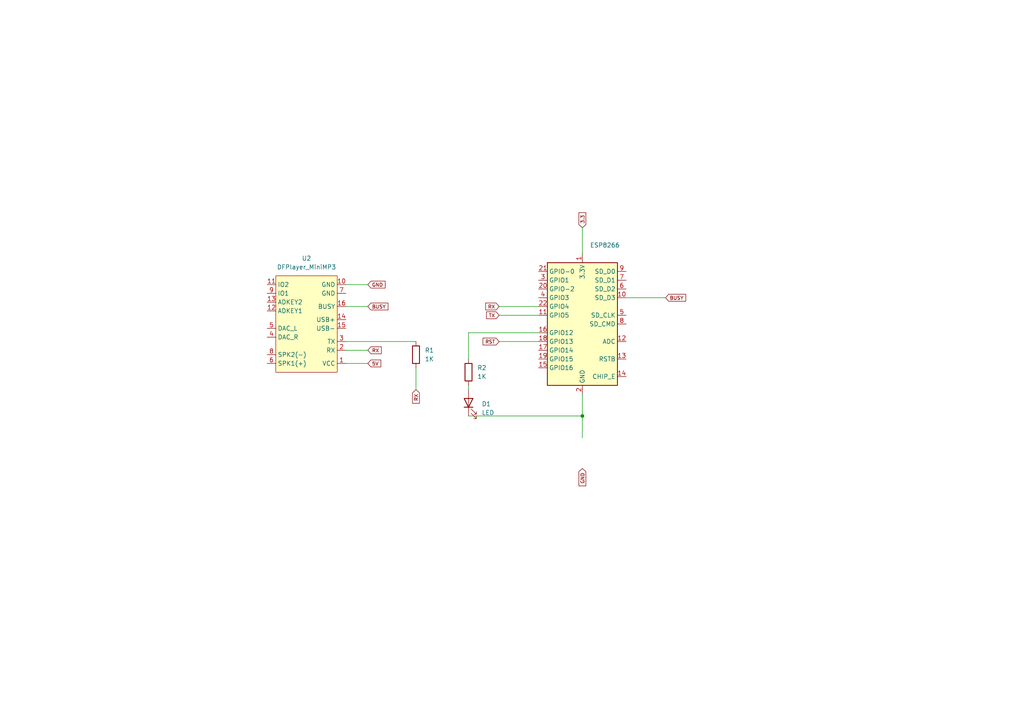
<source format=kicad_sch>
(kicad_sch (version 20231120) (generator "eeschema") (generator_version "8.0")
  (paper "A4")
  (lib_symbols
    (symbol "Device:LED" (pin_numbers hide) (pin_names (offset 1.016) hide)
      (property "Reference" "D" (at 0 2.54 0))
      (property "Value" "LED" (at 0 -2.54 0))
      (symbol "LED_0_1"
        (polyline (pts (xy -1.27 -1.27) (xy -1.27 1.27)) (stroke (width 0.254)))
        (polyline (pts (xy -1.27 0) (xy 1.27 0)))
        (polyline (pts (xy 1.27 -1.27) (xy 1.27 1.27) (xy -1.27 0) (xy 1.27 -1.27)) (stroke (width 0.254)))
        (polyline (pts (xy -3.048 -0.762) (xy -4.572 -2.286) (xy -3.81 -2.286) (xy -4.572 -2.286) (xy -4.572 -1.524)))
        (polyline (pts (xy -1.778 -0.762) (xy -3.302 -2.286) (xy -2.54 -2.286) (xy -3.302 -2.286) (xy -3.302 -1.524)))
      )
      (symbol "LED_1_1"
        (pin passive line (at -3.81 0 0) (length 2.54) (name "K") (number "1"))
        (pin passive line (at 3.81 0 180) (length 2.54) (name "A") (number "2"))
      )
    )
    (symbol "Device:R" (pin_numbers hide) (pin_names (offset 0))
      (property "Reference" "R" (at 2.032 0 90))
      (property "Value" "R" (at 0 0 90))
      (symbol "R_0_1"
        (rectangle (start -1.016 -2.54) (end 1.016 2.54) (stroke (width 0.254)))
      )
      (symbol "R_1_1"
        (pin passive line (at 0 3.81 270) (length 1.27) (name "~") (number "1"))
        (pin passive line (at 0 -3.81 90) (length 1.27) (name "~") (number "2"))
      )
    )
    (symbol "MCE-Modulos:DFPlayer_MiniMP3"
      (property "Reference" "U" (at -7.62 15.24 0))
      (property "Value" "DFPlayer_MiniMP3" (at 0 -15.24 0))
      (symbol "DFPlayer_MiniMP3_1_1"
        (rectangle (start -8.89 13.97) (end 8.89 -13.97) (fill (type background)))
        (pin power_in line (at -11.43 11.43 0) (length 2.54) (name "VCC") (number "1"))
        (pin power_in line (at -11.43 -11.43 0) (length 2.54) (name "GND") (number "10"))
        (pin input line (at 11.43 -11.43 180) (length 2.54) (name "IO2") (number "11"))
        (pin input line (at 11.43 -3.81 180) (length 2.54) (name "ADKEY1") (number "12"))
        (pin input line (at 11.43 -6.35 180) (length 2.54) (name "ADKEY2") (number "13"))
        (pin input line (at -11.43 -1.27 0) (length 2.54) (name "USB+") (number "14"))
        (pin input line (at -11.43 1.27 0) (length 2.54) (name "USB-") (number "15"))
        (pin output line (at -11.43 -5.08 0) (length 2.54) (name "BUSY") (number "16"))
        (pin input line (at -11.43 7.62 0) (length 2.54) (name "RX") (number "2"))
        (pin output line (at -11.43 5.08 0) (length 2.54) (name "TX") (number "3"))
        (pin output line (at 11.43 3.81 180) (length 2.54) (name "DAC_R") (number "4"))
        (pin output line (at 11.43 1.27 180) (length 2.54) (name "DAC_L") (number "5"))
        (pin output line (at 11.43 11.43 180) (length 2.54) (name "SPK1(+)") (number "6"))
        (pin power_in line (at -11.43 -8.89 0) (length 2.54) (name "GND") (number "7"))
        (pin output line (at 11.43 8.89 180) (length 2.54) (name "SPK2(-)") (number "8"))
        (pin input line (at 11.43 -8.89 180) (length 2.54) (name "IO1") (number "9"))
      )
    )
    (symbol "MCU_Module:Olimex_MOD-WIFI-ESP8266-DEV"
      (property "Reference" "U" (at 1.27 21.59 0))
      (property "Value" "Olimex_MOD-WIFI-ESP8266-DEV" (at 1.27 19.05 0))
      (symbol "Olimex_MOD-WIFI-ESP8266-DEV_0_1"
        (rectangle (start -10.16 17.78) (end 10.16 -17.78) (stroke (width 0.254)) (fill (type background)))
      )
      (symbol "Olimex_MOD-WIFI-ESP8266-DEV_1_1"
        (pin power_in line (at 0 20.32 270) (length 2.54) (name "3.3V") (number "1"))
        (pin unspecified line (at 12.7 7.62 180) (length 2.54) (name "SD_D3") (number "10"))
        (pin bidirectional line (at -12.7 2.54 0) (length 2.54) (name "GPIO5") (number "11"))
        (pin unspecified line (at 12.7 -5.08 180) (length 2.54) (name "ADC") (number "12"))
        (pin input line (at 12.7 -10.16 180) (length 2.54) (name "RSTB") (number "13"))
        (pin unspecified line (at 12.7 -15.24 180) (length 2.54) (name "CHIP_E") (number "14"))
        (pin bidirectional line (at -12.7 -12.7 0) (length 2.54) (name "GPIO16") (number "15"))
        (pin bidirectional line (at -12.7 -2.54 0) (length 2.54) (name "GPIO12") (number "16"))
        (pin bidirectional line (at -12.7 -7.62 0) (length 2.54) (name "GPIO14") (number "17"))
        (pin bidirectional line (at -12.7 -5.08 0) (length 2.54) (name "GPIO13") (number "18"))
        (pin bidirectional line (at -12.7 -10.16 0) (length 2.54) (name "GPIO15") (number "19"))
        (pin power_in line (at 0 -20.32 90) (length 2.54) (name "GND") (number "2"))
        (pin bidirectional line (at -12.7 10.16 0) (length 2.54) (name "GPIO-2") (number "20"))
        (pin bidirectional line (at -12.7 15.24 0) (length 2.54) (name "GPIO-0") (number "21"))
        (pin bidirectional line (at -12.7 5.08 0) (length 2.54) (name "GPIO4") (number "22"))
        (pin bidirectional line (at -12.7 12.7 0) (length 2.54) (name "GPIO1") (number "3"))
        (pin bidirectional line (at -12.7 7.62 0) (length 2.54) (name "GPIO3") (number "4"))
        (pin unspecified line (at 12.7 2.54 180) (length 2.54) (name "SD_CLK") (number "5"))
        (pin unspecified line (at 12.7 10.16 180) (length 2.54) (name "SD_D2") (number "6"))
        (pin unspecified line (at 12.7 12.7 180) (length 2.54) (name "SD_D1") (number "7"))
        (pin unspecified line (at 12.7 0 180) (length 2.54) (name "SD_CMD") (number "8"))
        (pin unspecified line (at 12.7 15.24 180) (length 2.54) (name "SD_D0") (number "9"))
      )
    )
  )
  (junction (at 168.91 120.65))
  (wire (pts (xy 100.33 105.41) (xy 106.68 105.41)))
  (wire (pts (xy 100.33 82.55) (xy 106.68 82.55)))
  (wire (pts (xy 168.91 120.65) (xy 168.91 127)))
  (wire (pts (xy 135.89 96.52) (xy 135.89 104.14)))
  (wire (pts (xy 100.33 99.06) (xy 120.65 99.06)))
  (wire (pts (xy 100.33 101.6) (xy 106.68 101.6)))
  (wire (pts (xy 168.91 66.04) (xy 168.91 73.66)))
  (wire (pts (xy 135.89 111.76) (xy 135.89 113.03)))
  (wire (pts (xy 120.65 106.68) (xy 120.65 113.03)))
  (wire (pts (xy 181.61 86.36) (xy 193.04 86.36)))
  (wire (pts (xy 144.78 91.44) (xy 156.21 91.44)))
  (wire (pts (xy 135.89 96.52) (xy 156.21 96.52)))
  (wire (pts (xy 168.91 114.3) (xy 168.91 120.65)))
  (wire (pts (xy 135.89 120.65) (xy 168.91 120.65)))
  (wire (pts (xy 144.78 99.06) (xy 156.21 99.06)))
  (wire (pts (xy 100.33 88.9) (xy 106.68 88.9)))
  (wire (pts (xy 144.78 88.9) (xy 156.21 88.9)))
  (global_label "GND" (shape input) (at 106.68 82.55 0) (effects (font (size 1.016 1.016))) (property "Intersheetrefs" "${INTERSHEET_REFS}" (effects (hide yes))))
  (global_label "RX" (shape input) (at 106.68 101.6 0) (effects (font (size 1.016 1.016))) (property "Intersheetrefs" "${INTERSHEET_REFS}" (effects (hide yes))))
  (global_label "BUSY" (shape input) (at 193.04 86.36 0) (effects (font (size 1.016 1.016))) (property "Intersheetrefs" "${INTERSHEET_REFS}" (effects (hide yes))))
  (global_label "RST" (shape input) (at 144.78 99.06 180) (effects (font (size 1.016 1.016))) (property "Intersheetrefs" "${INTERSHEET_REFS}" (effects (hide yes))))
  (global_label "BUSY" (shape input) (at 106.68 88.9 0) (effects (font (size 1.016 1.016))) (property "Intersheetrefs" "${INTERSHEET_REFS}" (effects (hide yes))))
  (global_label "RX" (shape input) (at 120.65 113.03 270) (effects (font (size 1.016 1.016))) (property "Intersheetrefs" "${INTERSHEET_REFS}" (effects (hide yes))))
  (global_label "TX" (shape input) (at 144.78 91.44 180) (effects (font (size 1.016 1.016))) (property "Intersheetrefs" "${INTERSHEET_REFS}" (effects (hide yes))))
  (global_label "5V" (shape input) (at 106.68 105.41 0) (effects (font (size 1.016 1.016))) (property "Intersheetrefs" "${INTERSHEET_REFS}" (effects (hide yes))))
  (global_label "GND" (shape input) (at 168.91 135.89 270) (effects (font (size 1.016 1.016))) (property "Intersheetrefs" "${INTERSHEET_REFS}" (effects (hide yes))))
  (global_label "3.3" (shape input) (at 168.91 66.04 90) (effects (font (size 1.016 1.016))) (property "Intersheetrefs" "${INTERSHEET_REFS}" (effects (hide yes))))
  (global_label "RX" (shape input) (at 144.78 88.9 180) (effects (font (size 1.016 1.016))) (property "Intersheetrefs" "${INTERSHEET_REFS}" (effects (hide yes))))
  (symbol (lib_id "MCE-Modulos:DFPlayer_MiniMP3") (at 88.9 93.98 180) (unit 1)
    (property "Reference" "U2" (at 88.9 74.93 0))
    (property "Value" "DFPlayer_MiniMP3" (at 88.9 77.47 0))
    (property "Footprint" "MCE_Modulos:DFPlayer_MiniMP3" (effects (hide yes)))
  )
  (symbol (lib_id "Device:R") (at 120.65 102.87 180) (unit 1)
    (property "Reference" "R1" (at 123.19 101.5999 0) (effects (justify right)))
    (property "Value" "1K" (at 123.19 104.1399 0) (effects (justify right)))
    (property "Description" "Resistor" (effects (hide yes)))
  )
  (symbol (lib_id "MCU_Module:Olimex_MOD-WIFI-ESP8266-DEV") (at 168.91 93.98 0) (unit 1)
    (property "Reference" "ESP8266" (at 171.1041 71.12 0) (effects (justify left)))
    (property "Value" "Olimex_MOD-WIFI-ESP8266-DEV" (effects (hide yes)))
    (property "Footprint" "Module:Olimex_MOD-WIFI-ESP8266-DEV" (effects (hide yes)))
    (property "Datasheet" "https://raw.githubusercontent.com/OLIMEX/ESP8266/master/HARDWARE/MOD-WIFI-ESP8266-DEV/MOD-WiFi-ESP8266-DEV%20revision%20B2/MOD-WiFi-ESP8266-DEV_Rev_B2.pdf" (effects (hide yes)))
    (property "Description" "ESP8266 development board" (effects (hide yes)))
  )
  (symbol (lib_id "Device:R") (at 135.89 107.95 0) (unit 1)
    (property "Reference" "R2" (at 138.43 106.6799 0) (effects (justify left)))
    (property "Value" "1K" (at 138.43 109.2199 0) (effects (justify left)))
    (property "Description" "Resistor" (effects (hide yes)))
  )
  (symbol (lib_id "Device:LED") (at 135.89 116.84 90) (unit 1)
    (property "Reference" "D1" (at 139.7 117.1574 90) (effects (justify right)))
    (property "Value" "LED" (at 139.7 119.6974 90) (effects (justify right)))
    (property "Description" "Light emitting diode" (effects (hide yes)))
  )
)
</source>
